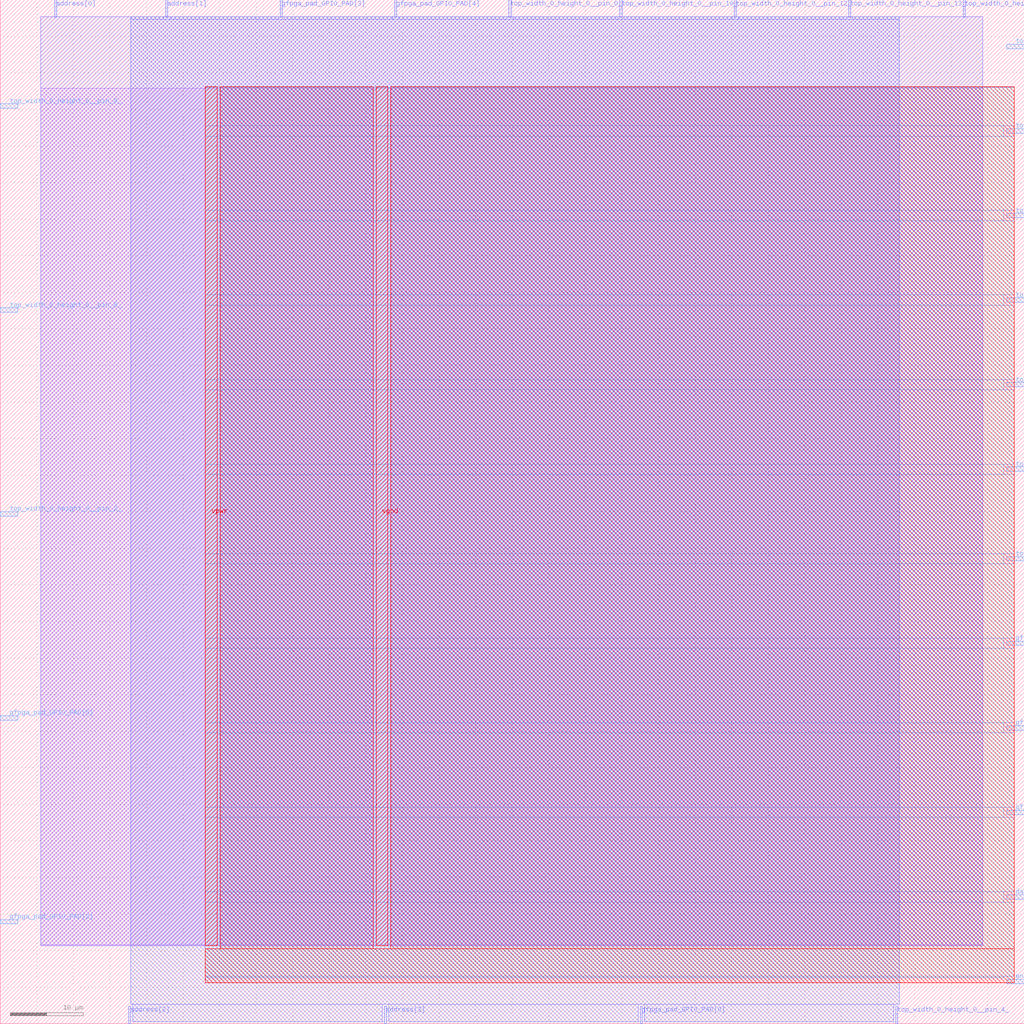
<source format=lef>
VERSION 5.7 ;
  NOWIREEXTENSIONATPIN ON ;
  DIVIDERCHAR "/" ;
  BUSBITCHARS "[]" ;
MACRO grid_io_bottom
  CLASS BLOCK ;
  FOREIGN grid_io_bottom ;
  ORIGIN 0.000 0.000 ;
  SIZE 140.000 BY 140.000 ;
  PIN address[0]
    DIRECTION INPUT ;
    PORT
      LAYER met2 ;
        RECT 7.450 137.600 7.730 140.000 ;
    END
  END address[0]
  PIN address[1]
    DIRECTION INPUT ;
    PORT
      LAYER met2 ;
        RECT 22.630 137.600 22.910 140.000 ;
    END
  END address[1]
  PIN address[2]
    DIRECTION INPUT ;
    PORT
      LAYER met2 ;
        RECT 17.570 0.000 17.850 2.400 ;
    END
  END address[2]
  PIN address[3]
    DIRECTION INPUT ;
    PORT
      LAYER met2 ;
        RECT 52.530 0.000 52.810 2.400 ;
    END
  END address[3]
  PIN data_in
    DIRECTION INPUT ;
    PORT
      LAYER met3 ;
        RECT 137.600 17.040 140.000 17.640 ;
    END
  END data_in
  PIN enable
    DIRECTION INPUT ;
    PORT
      LAYER met3 ;
        RECT 137.600 5.480 140.000 6.080 ;
    END
  END enable
  PIN gfpga_pad_GPIO_PAD[0]
    DIRECTION INOUT ;
    PORT
      LAYER met2 ;
        RECT 87.490 0.000 87.770 2.400 ;
    END
  END gfpga_pad_GPIO_PAD[0]
  PIN gfpga_pad_GPIO_PAD[1]
    DIRECTION INOUT ;
    PORT
      LAYER met3 ;
        RECT 137.600 28.600 140.000 29.200 ;
    END
  END gfpga_pad_GPIO_PAD[1]
  PIN gfpga_pad_GPIO_PAD[2]
    DIRECTION INOUT ;
    PORT
      LAYER met3 ;
        RECT 0.000 13.640 2.400 14.240 ;
    END
  END gfpga_pad_GPIO_PAD[2]
  PIN gfpga_pad_GPIO_PAD[3]
    DIRECTION INOUT ;
    PORT
      LAYER met2 ;
        RECT 38.270 137.600 38.550 140.000 ;
    END
  END gfpga_pad_GPIO_PAD[3]
  PIN gfpga_pad_GPIO_PAD[4]
    DIRECTION INOUT ;
    PORT
      LAYER met2 ;
        RECT 53.910 137.600 54.190 140.000 ;
    END
  END gfpga_pad_GPIO_PAD[4]
  PIN gfpga_pad_GPIO_PAD[5]
    DIRECTION INOUT ;
    PORT
      LAYER met3 ;
        RECT 0.000 41.520 2.400 42.120 ;
    END
  END gfpga_pad_GPIO_PAD[5]
  PIN gfpga_pad_GPIO_PAD[6]
    DIRECTION INOUT ;
    PORT
      LAYER met3 ;
        RECT 137.600 40.160 140.000 40.760 ;
    END
  END gfpga_pad_GPIO_PAD[6]
  PIN gfpga_pad_GPIO_PAD[7]
    DIRECTION INOUT ;
    PORT
      LAYER met3 ;
        RECT 137.600 51.720 140.000 52.320 ;
    END
  END gfpga_pad_GPIO_PAD[7]
  PIN top_width_0_height_0__pin_0_
    DIRECTION INPUT ;
    PORT
      LAYER met2 ;
        RECT 69.550 137.600 69.830 140.000 ;
    END
  END top_width_0_height_0__pin_0_
  PIN top_width_0_height_0__pin_10_
    DIRECTION INPUT ;
    PORT
      LAYER met2 ;
        RECT 84.730 137.600 85.010 140.000 ;
    END
  END top_width_0_height_0__pin_10_
  PIN top_width_0_height_0__pin_11_
    DIRECTION OUTPUT TRISTATE ;
    PORT
      LAYER met3 ;
        RECT 137.600 121.760 140.000 122.360 ;
    END
  END top_width_0_height_0__pin_11_
  PIN top_width_0_height_0__pin_12_
    DIRECTION INPUT ;
    PORT
      LAYER met2 ;
        RECT 100.370 137.600 100.650 140.000 ;
    END
  END top_width_0_height_0__pin_12_
  PIN top_width_0_height_0__pin_13_
    DIRECTION OUTPUT TRISTATE ;
    PORT
      LAYER met2 ;
        RECT 116.010 137.600 116.290 140.000 ;
    END
  END top_width_0_height_0__pin_13_
  PIN top_width_0_height_0__pin_14_
    DIRECTION INPUT ;
    PORT
      LAYER met2 ;
        RECT 131.650 137.600 131.930 140.000 ;
    END
  END top_width_0_height_0__pin_14_
  PIN top_width_0_height_0__pin_15_
    DIRECTION OUTPUT TRISTATE ;
    PORT
      LAYER met3 ;
        RECT 137.600 133.320 140.000 133.920 ;
    END
  END top_width_0_height_0__pin_15_
  PIN top_width_0_height_0__pin_1_
    DIRECTION OUTPUT TRISTATE ;
    PORT
      LAYER met3 ;
        RECT 137.600 63.280 140.000 63.880 ;
    END
  END top_width_0_height_0__pin_1_
  PIN top_width_0_height_0__pin_2_
    DIRECTION INPUT ;
    PORT
      LAYER met3 ;
        RECT 0.000 69.400 2.400 70.000 ;
    END
  END top_width_0_height_0__pin_2_
  PIN top_width_0_height_0__pin_3_
    DIRECTION OUTPUT TRISTATE ;
    PORT
      LAYER met3 ;
        RECT 137.600 75.520 140.000 76.120 ;
    END
  END top_width_0_height_0__pin_3_
  PIN top_width_0_height_0__pin_4_
    DIRECTION INPUT ;
    PORT
      LAYER met2 ;
        RECT 122.450 0.000 122.730 2.400 ;
    END
  END top_width_0_height_0__pin_4_
  PIN top_width_0_height_0__pin_5_
    DIRECTION OUTPUT TRISTATE ;
    PORT
      LAYER met3 ;
        RECT 137.600 87.080 140.000 87.680 ;
    END
  END top_width_0_height_0__pin_5_
  PIN top_width_0_height_0__pin_6_
    DIRECTION INPUT ;
    PORT
      LAYER met3 ;
        RECT 137.600 98.640 140.000 99.240 ;
    END
  END top_width_0_height_0__pin_6_
  PIN top_width_0_height_0__pin_7_
    DIRECTION OUTPUT TRISTATE ;
    PORT
      LAYER met3 ;
        RECT 137.600 110.200 140.000 110.800 ;
    END
  END top_width_0_height_0__pin_7_
  PIN top_width_0_height_0__pin_8_
    DIRECTION INPUT ;
    PORT
      LAYER met3 ;
        RECT 0.000 97.280 2.400 97.880 ;
    END
  END top_width_0_height_0__pin_8_
  PIN top_width_0_height_0__pin_9_
    DIRECTION OUTPUT TRISTATE ;
    PORT
      LAYER met3 ;
        RECT 0.000 125.160 2.400 125.760 ;
    END
  END top_width_0_height_0__pin_9_
  PIN vpwr
    DIRECTION INPUT ;
    PORT
      LAYER met4 ;
        RECT 28.055 10.640 29.655 128.080 ;
    END
  END vpwr
  PIN vgnd
    DIRECTION INPUT ;
    PORT
      LAYER met4 ;
        RECT 51.385 10.640 52.985 128.080 ;
    END
  END vgnd
  OBS
      LAYER li1 ;
        RECT 5.520 10.795 134.320 127.925 ;
      LAYER met1 ;
        RECT 5.520 10.640 134.320 137.660 ;
      LAYER met2 ;
        RECT 17.850 137.320 22.350 137.690 ;
        RECT 23.190 137.320 37.990 137.690 ;
        RECT 38.830 137.320 53.630 137.690 ;
        RECT 54.470 137.320 69.270 137.690 ;
        RECT 70.110 137.320 84.450 137.690 ;
        RECT 85.290 137.320 100.090 137.690 ;
        RECT 100.930 137.320 115.730 137.690 ;
        RECT 116.570 137.320 122.925 137.690 ;
        RECT 17.850 2.680 122.925 137.320 ;
        RECT 18.130 0.270 52.250 2.680 ;
        RECT 53.090 0.270 87.210 2.680 ;
        RECT 88.050 0.270 122.170 2.680 ;
      LAYER met3 ;
        RECT 28.050 122.760 138.650 128.005 ;
        RECT 28.050 121.360 137.200 122.760 ;
        RECT 28.050 111.200 138.650 121.360 ;
        RECT 28.050 109.800 137.200 111.200 ;
        RECT 28.050 99.640 138.650 109.800 ;
        RECT 28.050 98.240 137.200 99.640 ;
        RECT 28.050 88.080 138.650 98.240 ;
        RECT 28.050 86.680 137.200 88.080 ;
        RECT 28.050 76.520 138.650 86.680 ;
        RECT 28.050 75.120 137.200 76.520 ;
        RECT 28.050 64.280 138.650 75.120 ;
        RECT 28.050 62.880 137.200 64.280 ;
        RECT 28.050 52.720 138.650 62.880 ;
        RECT 28.050 51.320 137.200 52.720 ;
        RECT 28.050 41.160 138.650 51.320 ;
        RECT 28.050 39.760 137.200 41.160 ;
        RECT 28.050 29.600 138.650 39.760 ;
        RECT 28.050 28.200 137.200 29.600 ;
        RECT 28.050 18.040 138.650 28.200 ;
        RECT 28.050 16.640 137.200 18.040 ;
        RECT 28.050 6.480 138.650 16.640 ;
        RECT 28.050 6.295 137.200 6.480 ;
      LAYER met4 ;
        RECT 30.055 10.240 50.985 128.080 ;
        RECT 53.385 10.240 138.625 128.080 ;
        RECT 28.050 5.615 138.625 10.240 ;
  END
END grid_io_bottom
END LIBRARY


</source>
